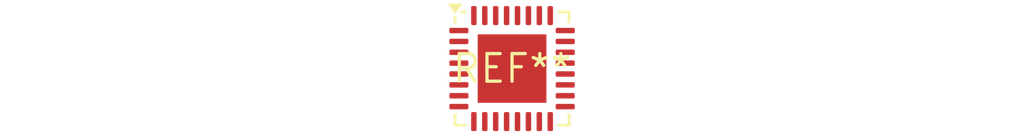
<source format=kicad_pcb>
(kicad_pcb (version 20240108) (generator pcbnew)
  (layers (0 "F.Cu" signal) (31 "B.Cu" signal) (34 "B.Paste" user) (35 "F.Paste" user) (36 "B.SilkS" user "B.Silkscreen") (37 "F.SilkS" user "F.Silkscreen") (38 "B.Mask" user) (39 "F.Mask" user) (44 "Edge.Cuts" user))
  (net 0 "")
  (footprint "VQFN-32-1EP_5x5mm_P0.5mm_EP3.15x3.15mm" (layer "F.Cu") (at 0 0)
    (property "Reference" "REF**")
    (property "Value" "VQFN-32-1EP_5x5mm_P0.5mm_EP3.15x3.15mm")
    (fp_line (start -2.61 -2.135) (end -2.61 -2.37) (layer "F.SilkS") (stroke (width 0.12)))
    (fp_line (start -2.61 2.61) (end -2.61 2.135) (layer "F.SilkS") (stroke (width 0.12)))
    (fp_line (start -2.135 -2.61) (end -2.31 -2.61) (layer "F.SilkS") (stroke (width 0.12)))
    (fp_line (start -2.135 2.61) (end -2.61 2.61) (layer "F.SilkS") (stroke (width 0.12)))
    (fp_line (start 2.135 -2.61) (end 2.61 -2.61) (layer "F.SilkS") (stroke (width 0.12)))
    (fp_line (start 2.135 2.61) (end 2.61 2.61) (layer "F.SilkS") (stroke (width 0.12)))
    (fp_line (start 2.61 -2.61) (end 2.61 -2.135) (layer "F.SilkS") (stroke (width 0.12)))
    (fp_line (start 2.61 2.61) (end 2.61 2.135) (layer "F.SilkS") (stroke (width 0.12)))
    (fp_poly (pts (xy -2.61 -2.61) (xy -2.85 -2.94) (xy -2.37 -2.94) (xy -2.61 -2.61)) (layer "F.SilkS") (stroke (width 0.12)) (fill solid))
    (pad "1" smd roundrect (at -2.4375 -1.75) (size 0.875 0.25) (layers "F.Cu" "F.Paste" "F.Mask"))
    (pad "2" smd roundrect (at -2.4375 -1.25) (size 0.875 0.25) (layers "F.Cu" "F.Paste" "F.Mask"))
    (pad "3" smd roundrect (at -2.4375 -0.75) (size 0.875 0.25) (layers "F.Cu" "F.Paste" "F.Mask"))
    (pad "4" smd roundrect (at -2.4375 -0.25) (size 0.875 0.25) (layers "F.Cu" "F.Paste" "F.Mask"))
    (pad "5" smd roundrect (at -2.4375 0.25) (size 0.875 0.25) (layers "F.Cu" "F.Paste" "F.Mask"))
    (pad "6" smd roundrect (at -2.4375 0.75) (size 0.875 0.25) (layers "F.Cu" "F.Paste" "F.Mask"))
    (pad "7" smd roundrect (at -2.4375 1.25) (size 0.875 0.25) (layers "F.Cu" "F.Paste" "F.Mask"))
    (pad "8" smd roundrect (at -2.4375 1.75) (size 0.875 0.25) (layers "F.Cu" "F.Paste" "F.Mask"))
    (pad "9" smd roundrect (at -1.75 2.4375) (size 0.25 0.875) (layers "F.Cu" "F.Paste" "F.Mask"))
    (pad "10" smd roundrect (at -1.25 2.4375) (size 0.25 0.875) (layers "F.Cu" "F.Paste" "F.Mask"))
    (pad "11" smd roundrect (at -0.75 2.4375) (size 0.25 0.875) (layers "F.Cu" "F.Paste" "F.Mask"))
    (pad "12" smd roundrect (at -0.25 2.4375) (size 0.25 0.875) (layers "F.Cu" "F.Paste" "F.Mask"))
    (pad "13" smd roundrect (at 0.25 2.4375) (size 0.25 0.875) (layers "F.Cu" "F.Paste" "F.Mask"))
    (pad "14" smd roundrect (at 0.75 2.4375) (size 0.25 0.875) (layers "F.Cu" "F.Paste" "F.Mask"))
    (pad "15" smd roundrect (at 1.25 2.4375) (size 0.25 0.875) (layers "F.Cu" "F.Paste" "F.Mask"))
    (pad "16" smd roundrect (at 1.75 2.4375) (size 0.25 0.875) (layers "F.Cu" "F.Paste" "F.Mask"))
    (pad "17" smd roundrect (at 2.4375 1.75) (size 0.875 0.25) (layers "F.Cu" "F.Paste" "F.Mask"))
    (pad "18" smd roundrect (at 2.4375 1.25) (size 0.875 0.25) (layers "F.Cu" "F.Paste" "F.Mask"))
    (pad "19" smd roundrect (at 2.4375 0.75) (size 0.875 0.25) (layers "F.Cu" "F.Paste" "F.Mask"))
    (pad "20" smd roundrect (at 2.4375 0.25) (size 0.875 0.25) (layers "F.Cu" "F.Paste" "F.Mask"))
    (pad "21" smd roundrect (at 2.4375 -0.25) (size 0.875 0.25) (layers "F.Cu" "F.Paste" "F.Mask"))
    (pad "22" smd roundrect (at 2.4375 -0.75) (size 0.875 0.25) (layers "F.Cu" "F.Paste" "F.Mask"))
    (pad "23" smd roundrect (at 2.4375 -1.25) (size 0.875 0.25) (layers "F.Cu" "F.Paste" "F.Mask"))
    (pad "24" smd roundrect (at 2.4375 -1.75) (size 0.875 0.25) (layers "F.Cu" "F.Paste" "F.Mask"))
    (pad "25" smd roundrect (at 1.75 -2.4375) (size 0.25 0.875) (layers "F.Cu" "F.Paste" "F.Mask"))
    (pad "26" smd roundrect (at 1.25 -2.4375) (size 0.25 0.875) (layers "F.Cu" "F.Paste" "F.Mask"))
    (pad "27" smd roundrect (at 0.75 -2.4375) (size 0.25 0.875) (layers "F.Cu" "F.Paste" "F.Mask"))
    (pad "28" smd roundrect (at 0.25 -2.4375) (size 0.25 0.875) (layers "F.Cu" "F.Paste" "F.Mask"))
    (pad "29" smd roundrect (at -0.25 -2.4375) (size 0.25 0.875) (layers "F.Cu" "F.Paste" "F.Mask"))
    (pad "30" smd roundrect (at -0.75 -2.4375) (size 0.25 0.875) (layers "F.Cu" "F.Paste" "F.Mask"))
    (pad "31" smd roundrect (at -1.25 -2.4375) (size 0.25 0.875) (layers "F.Cu" "F.Paste" "F.Mask"))
    (pad "32" smd roundrect (at -1.75 -2.4375) (size 0.25 0.875) (layers "F.Cu" "F.Paste" "F.Mask"))
    (pad "33" smd rect (at 0 0) (size 3.15 3.15) (property pad_prop_heatsink) (layers "F.Cu" "F.Mask"))
  )
)
</source>
